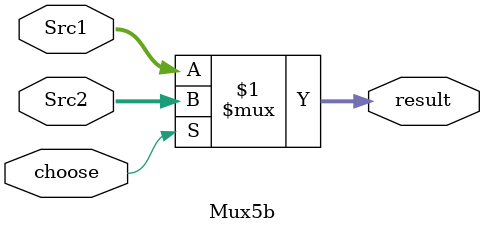
<source format=v>
module Mux5b(
    input [4:0]Src1,//0
    input [4:0]Src2,//1
    input choose,
    output [4:0]result
);

assign result = choose? Src2:Src1;

endmodule
</source>
